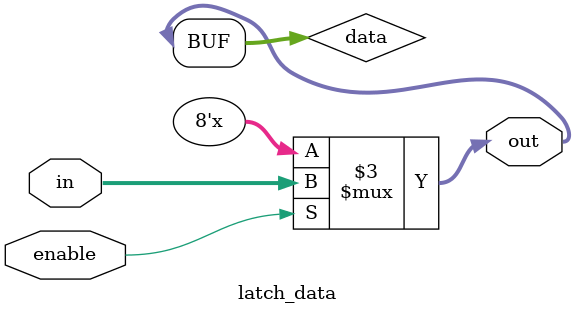
<source format=v>
/**********************************************
______________                ______________
______________ \  /\  /|\  /| ______________
______________  \/  \/ | \/ | ______________
descript:
author : Young
Version: VERA.0.0
creaded: 2015/6/5 17:26:19
madified:
***********************************************/
`timescale 1ns/1ps
module latch_data #(
	parameter	DSIZE	= 8
)(
	input				enable,
	input [DSIZE-1:0]	in,
	output[DSIZE-1:0]	out
);


reg	[DSIZE-1:0]	data;

always@(enable)
	if(enable)
			data	= in;
	else	data	= data;

assign	out	= data;

endmodule

</source>
